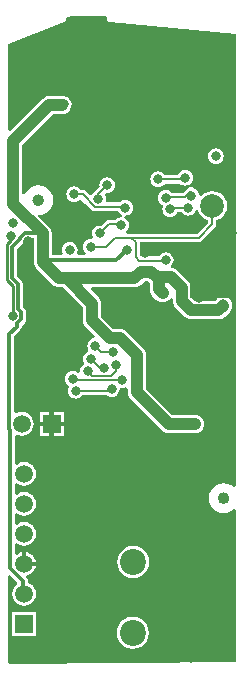
<source format=gbl>
%FSLAX24Y24*%
%MOIN*%
G70*
G01*
G75*
G04 Layer_Physical_Order=2*
G04 Layer_Color=16711680*
%ADD10C,0.0197*%
%ADD11C,0.0276*%
%ADD12R,0.0250X0.0200*%
%ADD13R,0.0827X0.0689*%
%ADD14R,0.1142X0.0689*%
%ADD15R,0.1142X0.0886*%
%ADD16R,0.0433X0.0236*%
%ADD17R,0.0300X0.0300*%
%ADD18R,0.0300X0.0300*%
%ADD19R,0.0236X0.0433*%
%ADD20R,0.0335X0.1693*%
%ADD21R,0.0200X0.0250*%
%ADD22C,0.0472*%
%ADD23R,0.1102X0.1102*%
%ADD24O,0.0256X0.0138*%
%ADD25O,0.0138X0.0256*%
%ADD26R,0.0591X0.0512*%
%ADD27R,0.0320X0.0300*%
%ADD28R,0.1024X0.1024*%
%ADD29O,0.0098X0.0276*%
%ADD30O,0.0276X0.0098*%
%ADD31R,0.0433X0.0472*%
%ADD32R,0.0354X0.0110*%
%ADD33R,0.0110X0.0354*%
%ADD34R,0.0110X0.0354*%
%ADD35R,0.0512X0.0591*%
%ADD36C,0.0250*%
%ADD37C,0.0150*%
%ADD38C,0.0100*%
%ADD39C,0.0300*%
%ADD40C,0.0400*%
%ADD41C,0.0200*%
%ADD42C,0.0080*%
%ADD43C,0.0350*%
%ADD44C,0.0120*%
%ADD45C,0.0059*%
%ADD46C,0.0500*%
%ADD47C,0.0060*%
%ADD48R,0.0579X0.0630*%
%ADD49R,0.0190X0.0515*%
%ADD50R,0.1180X0.0320*%
%ADD51R,0.0595X0.1290*%
%ADD52R,0.0400X0.0900*%
%ADD53R,0.1029X0.0407*%
%ADD54R,0.0550X0.1050*%
%ADD55R,0.0879X0.3300*%
%ADD56R,0.0570X0.1500*%
%ADD57C,0.0787*%
%ADD58C,0.0866*%
%ADD59R,0.0591X0.0591*%
%ADD60C,0.0591*%
%ADD61R,0.0591X0.0591*%
%ADD62C,0.0320*%
%ADD63C,0.0260*%
%ADD64R,0.1400X0.1000*%
G36*
X3438Y21722D02*
Y21650D01*
X3441Y21633D01*
X3443Y21617D01*
X3445Y21612D01*
X3446Y21607D01*
X3456Y21593D01*
X3464Y21578D01*
X3468Y21575D01*
X3471Y21571D01*
X3485Y21561D01*
X3498Y21551D01*
X3503Y21549D01*
X3507Y21546D01*
X3524Y21543D01*
X3540Y21538D01*
X7750Y21154D01*
Y6063D01*
X7678Y6028D01*
X7580Y6103D01*
X7459Y6153D01*
X7330Y6170D01*
X7201Y6153D01*
X7080Y6103D01*
X6976Y6024D01*
X6897Y5920D01*
X6847Y5799D01*
X6830Y5670D01*
X6847Y5541D01*
X6897Y5420D01*
X6976Y5316D01*
X7080Y5237D01*
X7201Y5187D01*
X7330Y5170D01*
X7459Y5187D01*
X7580Y5237D01*
X7678Y5312D01*
X7750Y5277D01*
Y200D01*
X207Y150D01*
X150Y207D01*
Y3065D01*
X224Y3095D01*
X445Y2874D01*
X440Y2794D01*
X398Y2762D01*
X335Y2679D01*
X295Y2583D01*
X281Y2480D01*
X295Y2377D01*
X335Y2281D01*
X398Y2198D01*
X481Y2135D01*
X577Y2095D01*
X680Y2081D01*
X783Y2095D01*
X879Y2135D01*
X962Y2198D01*
X1025Y2281D01*
X1065Y2377D01*
X1079Y2480D01*
X1065Y2583D01*
X1025Y2679D01*
X962Y2762D01*
X879Y2825D01*
X813Y2853D01*
Y2900D01*
X801Y2962D01*
X765Y3015D01*
X759Y3022D01*
X783Y3095D01*
X879Y3135D01*
X962Y3198D01*
X1025Y3281D01*
X1065Y3377D01*
X1069Y3405D01*
X680D01*
Y3480D01*
X605D01*
Y3869D01*
X577Y3865D01*
X481Y3825D01*
X435Y3790D01*
X363Y3826D01*
Y4134D01*
X435Y4170D01*
X481Y4135D01*
X577Y4095D01*
X680Y4081D01*
X783Y4095D01*
X879Y4135D01*
X962Y4198D01*
X1025Y4281D01*
X1065Y4377D01*
X1079Y4480D01*
X1065Y4583D01*
X1025Y4679D01*
X962Y4762D01*
X879Y4825D01*
X783Y4865D01*
X680Y4879D01*
X577Y4865D01*
X481Y4825D01*
X435Y4790D01*
X363Y4826D01*
Y5134D01*
X435Y5170D01*
X481Y5135D01*
X577Y5095D01*
X680Y5081D01*
X783Y5095D01*
X879Y5135D01*
X962Y5198D01*
X1025Y5281D01*
X1065Y5377D01*
X1079Y5480D01*
X1065Y5583D01*
X1025Y5679D01*
X962Y5762D01*
X879Y5825D01*
X783Y5865D01*
X680Y5879D01*
X577Y5865D01*
X481Y5825D01*
X435Y5790D01*
X363Y5826D01*
Y6134D01*
X435Y6170D01*
X481Y6135D01*
X577Y6095D01*
X680Y6081D01*
X783Y6095D01*
X879Y6135D01*
X962Y6198D01*
X1025Y6281D01*
X1065Y6377D01*
X1079Y6480D01*
X1065Y6583D01*
X1025Y6679D01*
X962Y6762D01*
X879Y6825D01*
X783Y6865D01*
X680Y6879D01*
X577Y6865D01*
X481Y6825D01*
X435Y6790D01*
X363Y6826D01*
Y7748D01*
X430Y7793D01*
X497Y7765D01*
X600Y7751D01*
X703Y7765D01*
X799Y7805D01*
X882Y7868D01*
X945Y7951D01*
X985Y8047D01*
X999Y8150D01*
X985Y8253D01*
X945Y8349D01*
X882Y8432D01*
X799Y8495D01*
X703Y8535D01*
X600Y8549D01*
X497Y8535D01*
X414Y8501D01*
X348Y8545D01*
Y11067D01*
X555Y11275D01*
X591Y11328D01*
X603Y11390D01*
X603Y11390D01*
D01*
X695Y11519D01*
X695Y11519D01*
X695D01*
X731Y11572D01*
X743Y11634D01*
Y11866D01*
X731Y11928D01*
X695Y11981D01*
X633Y12044D01*
Y12820D01*
X621Y12883D01*
X585Y12936D01*
X453Y13068D01*
Y13976D01*
X655Y14179D01*
X691Y14232D01*
X699Y14275D01*
X772Y14347D01*
X896D01*
X946Y14337D01*
X997D01*
Y13750D01*
Y13550D01*
X1008Y13472D01*
X1029Y13420D01*
X1038Y13399D01*
X1086Y13336D01*
X1636Y12786D01*
X1636Y12786D01*
X1672Y12759D01*
X1699Y12738D01*
X1772Y12708D01*
X1772Y12708D01*
X1772Y12708D01*
D01*
X1772Y12708D01*
X1772Y12708D01*
X1850Y12697D01*
X1975D01*
X2646Y12026D01*
Y11600D01*
X2656Y11522D01*
X2678Y11470D01*
X2687Y11449D01*
X2735Y11386D01*
X3038Y11083D01*
X3012Y11007D01*
X2982Y11003D01*
X2919Y10977D01*
X2865Y10935D01*
X2823Y10881D01*
X2797Y10818D01*
X2788Y10750D01*
X2797Y10682D01*
X2823Y10619D01*
X2823Y10618D01*
X2803Y10541D01*
X2769Y10527D01*
X2715Y10485D01*
X2673Y10431D01*
X2647Y10368D01*
X2638Y10300D01*
X2647Y10232D01*
X2673Y10169D01*
X2678Y10162D01*
X2669Y10127D01*
X2615Y10085D01*
X2573Y10031D01*
X2547Y9968D01*
X2538Y9900D01*
X2539Y9887D01*
X2470Y9847D01*
X2431Y9877D01*
X2368Y9903D01*
X2300Y9912D01*
X2232Y9903D01*
X2169Y9877D01*
X2115Y9835D01*
X2073Y9781D01*
X2047Y9718D01*
X2038Y9650D01*
X2047Y9582D01*
X2073Y9519D01*
X2115Y9465D01*
X2169Y9423D01*
X2178Y9388D01*
X2173Y9381D01*
X2147Y9318D01*
X2138Y9250D01*
X2147Y9182D01*
X2173Y9119D01*
X2215Y9065D01*
X2269Y9023D01*
X2332Y8997D01*
X2400Y8988D01*
X2468Y8997D01*
X2531Y9023D01*
X2585Y9065D01*
X2618Y9107D01*
X3424D01*
X3469Y9073D01*
X3532Y9047D01*
X3600Y9038D01*
X3668Y9047D01*
X3731Y9073D01*
X3785Y9115D01*
X3827Y9169D01*
X3853Y9232D01*
X3862Y9300D01*
X3882Y9347D01*
Y9347D01*
X3882Y9347D01*
X3950Y9338D01*
X4018Y9347D01*
X4081Y9373D01*
X4082Y9372D01*
X4147Y9287D01*
Y9200D01*
X4158Y9122D01*
X4179Y9070D01*
X4188Y9049D01*
X4236Y8986D01*
X5285Y7937D01*
X5347Y7889D01*
X5369Y7880D01*
X5420Y7859D01*
X5499Y7849D01*
X6309D01*
X6312Y7848D01*
X6390Y7837D01*
X6468Y7848D01*
X6541Y7878D01*
X6604Y7926D01*
X6652Y7989D01*
X6682Y8062D01*
X6693Y8140D01*
X6682Y8218D01*
X6652Y8291D01*
X6604Y8354D01*
X6593Y8365D01*
X6530Y8413D01*
X6509Y8422D01*
X6457Y8443D01*
X6379Y8454D01*
X5624D01*
X4753Y9325D01*
Y10444D01*
X4742Y10522D01*
X4712Y10595D01*
X4664Y10658D01*
X4088Y11234D01*
X4025Y11282D01*
X3952Y11312D01*
X3874Y11323D01*
X3654D01*
X3251Y11725D01*
Y12151D01*
X3241Y12230D01*
X3223Y12272D01*
X3211Y12303D01*
X3190Y12330D01*
X3163Y12365D01*
X3163Y12365D01*
X2904Y12623D01*
X2935Y12697D01*
X4356D01*
X4434Y12708D01*
X4507Y12738D01*
X4570Y12786D01*
X4701Y12917D01*
X4799D01*
X4867Y12849D01*
Y12630D01*
X4878Y12552D01*
X4899Y12500D01*
X4908Y12479D01*
X4956Y12416D01*
X5086Y12286D01*
X5149Y12238D01*
X5222Y12208D01*
X5300Y12197D01*
X5378Y12208D01*
X5451Y12238D01*
X5514Y12286D01*
X5562Y12348D01*
X5571Y12345D01*
X5637Y12317D01*
Y12242D01*
X5648Y12164D01*
X5669Y12112D01*
X5678Y12091D01*
X5726Y12028D01*
X6038Y11716D01*
D01*
X6038D01*
X6038Y11716D01*
X6038Y11716D01*
X6038D01*
D01*
X6038D01*
X6038Y11716D01*
Y11716D01*
X6038Y11716D01*
Y11716D01*
X6101Y11668D01*
X6174Y11638D01*
X6252Y11627D01*
X7160D01*
X7238Y11638D01*
X7290Y11659D01*
X7311Y11668D01*
X7374Y11716D01*
X7534Y11876D01*
X7582Y11939D01*
X7612Y12012D01*
X7623Y12090D01*
X7612Y12168D01*
X7582Y12241D01*
X7534Y12304D01*
X7471Y12352D01*
X7398Y12382D01*
X7320Y12393D01*
X7286Y12388D01*
X7255Y12462D01*
X7302Y12498D01*
X7381Y12601D01*
X7431Y12721D01*
X7438Y12775D01*
X7025D01*
Y12362D01*
X7062Y12367D01*
X7097Y12295D01*
X7035Y12233D01*
X6378D01*
X6243Y12368D01*
Y12680D01*
X6232Y12758D01*
X6202Y12831D01*
X6154Y12894D01*
X5787Y13261D01*
X5724Y13309D01*
X5651Y13339D01*
X5573Y13350D01*
X5573Y13405D01*
X5585Y13415D01*
X5627Y13469D01*
X5653Y13532D01*
X5662Y13600D01*
X5653Y13668D01*
X5627Y13731D01*
X5585Y13785D01*
X5531Y13827D01*
X5468Y13853D01*
X5400Y13862D01*
X5332Y13853D01*
X5269Y13827D01*
X5215Y13785D01*
X5174Y13733D01*
X4569D01*
X4543Y13759D01*
Y14200D01*
X4543Y14200D01*
X4549Y14207D01*
X6500D01*
X6500Y14207D01*
X6555Y14218D01*
X6601Y14249D01*
X7051Y14699D01*
X7051Y14699D01*
X7082Y14745D01*
X7082Y14745D01*
X7082Y14745D01*
X7093Y14800D01*
X7093Y14800D01*
Y14934D01*
X7199Y14978D01*
X7302Y15057D01*
X7381Y15160D01*
X7431Y15280D01*
X7448Y15409D01*
X7431Y15538D01*
X7381Y15658D01*
X7302Y15761D01*
X7199Y15840D01*
X7079Y15890D01*
X6950Y15907D01*
X6821Y15890D01*
X6701Y15840D01*
X6598Y15761D01*
X6587Y15747D01*
X6510Y15768D01*
X6503Y15818D01*
X6477Y15881D01*
X6435Y15935D01*
X6381Y15977D01*
X6361Y15985D01*
X6351Y16001D01*
X6305Y16032D01*
X6250Y16043D01*
X6195Y16032D01*
X6149Y16001D01*
X6149Y16001D01*
X6130Y15982D01*
X6119Y15977D01*
X6065Y15935D01*
X6023Y15881D01*
X6018Y15870D01*
X5991Y15843D01*
X5609D01*
X5592Y15865D01*
X5537Y15907D01*
X5474Y15933D01*
X5406Y15942D01*
X5338Y15933D01*
X5275Y15907D01*
X5221Y15865D01*
X5179Y15811D01*
X5153Y15748D01*
X5144Y15680D01*
X5153Y15612D01*
X5179Y15549D01*
X5221Y15495D01*
X5275Y15453D01*
X5275Y15453D01*
X5275D01*
D01*
X5323Y15431D01*
X5297Y15368D01*
X5288Y15300D01*
X5297Y15232D01*
X5323Y15169D01*
X5365Y15115D01*
X5419Y15073D01*
X5482Y15047D01*
X5550Y15038D01*
X5618Y15047D01*
X5681Y15073D01*
X5735Y15115D01*
X5777Y15169D01*
X5793Y15207D01*
X5932D01*
X5965Y15165D01*
X6019Y15123D01*
X6082Y15097D01*
X6150Y15088D01*
X6218Y15097D01*
X6281Y15123D01*
X6335Y15165D01*
X6377Y15219D01*
X6396Y15264D01*
X6476D01*
X6519Y15160D01*
X6598Y15057D01*
X6701Y14978D01*
X6807Y14934D01*
Y14859D01*
X6441Y14493D01*
X4250D01*
X4250Y14493D01*
X4250Y14493D01*
X4110D01*
X4085Y14569D01*
X4105Y14585D01*
X4147Y14639D01*
X4173Y14702D01*
X4182Y14770D01*
X4173Y14838D01*
X4147Y14901D01*
X4105Y14955D01*
X4051Y14997D01*
X4014Y15013D01*
X4035Y15090D01*
X4050Y15088D01*
X4118Y15097D01*
X4181Y15123D01*
X4235Y15165D01*
X4277Y15219D01*
X4303Y15282D01*
X4312Y15350D01*
X4303Y15418D01*
X4277Y15481D01*
X4235Y15535D01*
X4181Y15577D01*
X4118Y15603D01*
X4050Y15612D01*
X3982Y15603D01*
X3919Y15577D01*
X3865Y15535D01*
X3862Y15533D01*
X3457D01*
X3405Y15593D01*
X3412Y15650D01*
X3403Y15718D01*
X3379Y15777D01*
X3427Y15841D01*
X3450Y15838D01*
X3518Y15847D01*
X3581Y15873D01*
X3635Y15915D01*
X3677Y15969D01*
X3703Y16032D01*
X3712Y16100D01*
X3703Y16168D01*
X3677Y16231D01*
X3635Y16285D01*
X3581Y16327D01*
X3518Y16353D01*
X3450Y16362D01*
X3382Y16353D01*
X3319Y16327D01*
X3265Y16285D01*
X3223Y16231D01*
X3197Y16168D01*
X3188Y16100D01*
X3195Y16047D01*
X3049Y15901D01*
X3039Y15885D01*
X3019Y15877D01*
X2965Y15835D01*
X2930Y15790D01*
X2850Y15784D01*
X2733Y15901D01*
X2687Y15932D01*
X2632Y15943D01*
X2632Y15943D01*
X2568D01*
X2535Y15985D01*
X2481Y16027D01*
X2418Y16053D01*
X2350Y16062D01*
X2282Y16053D01*
X2219Y16027D01*
X2165Y15985D01*
X2123Y15931D01*
X2097Y15868D01*
X2088Y15800D01*
X2097Y15732D01*
X2123Y15669D01*
X2165Y15615D01*
X2219Y15573D01*
X2282Y15547D01*
X2350Y15538D01*
X2418Y15547D01*
X2481Y15573D01*
X2535Y15615D01*
X2881Y15349D01*
X2941Y15289D01*
X2941Y15289D01*
X2988Y15258D01*
X2988Y15258D01*
X2988Y15258D01*
D01*
X2988Y15258D01*
X2988Y15258D01*
X3042Y15247D01*
X3042Y15247D01*
X3811D01*
X3823Y15219D01*
X3865Y15165D01*
X3919Y15123D01*
X3956Y15108D01*
X3935Y15030D01*
X3920Y15032D01*
X3852Y15023D01*
X3789Y14997D01*
X3735Y14955D01*
X3725Y14943D01*
X3500D01*
X3500Y14943D01*
X3445Y14932D01*
X3399Y14901D01*
X3399Y14901D01*
X3253Y14755D01*
X3200Y14762D01*
X3132Y14753D01*
X3069Y14727D01*
X3015Y14685D01*
X2973Y14631D01*
X2947Y14568D01*
X2938Y14500D01*
X2947Y14432D01*
X2971Y14373D01*
X2923Y14309D01*
X2900Y14312D01*
X2832Y14303D01*
X2769Y14277D01*
X2715Y14235D01*
X2673Y14181D01*
X2647Y14118D01*
X2638Y14050D01*
X2647Y13982D01*
X2673Y13919D01*
X2715Y13865D01*
X2748Y13839D01*
X2722Y13763D01*
X2500D01*
X2451Y13801D01*
X2432Y13830D01*
X2453Y13882D01*
X2462Y13950D01*
X2453Y14018D01*
X2427Y14081D01*
X2385Y14135D01*
X2331Y14177D01*
X2268Y14203D01*
X2200Y14212D01*
X2132Y14203D01*
X2069Y14177D01*
X2015Y14135D01*
X1973Y14081D01*
X1947Y14018D01*
X1938Y13950D01*
X1947Y13882D01*
X1968Y13830D01*
X1949Y13801D01*
X1900Y13763D01*
X1603D01*
Y14500D01*
X1603Y14500D01*
X1593Y14569D01*
X1592Y14578D01*
X1562Y14651D01*
X1514Y14714D01*
X1144Y15084D01*
X1151Y15100D01*
X1281Y15117D01*
X1401Y15167D01*
X1505Y15246D01*
X1584Y15350D01*
X1634Y15471D01*
X1651Y15600D01*
X1634Y15729D01*
X1584Y15850D01*
X1505Y15954D01*
X1401Y16033D01*
X1281Y16083D01*
X1151Y16100D01*
X1022Y16083D01*
X901Y16033D01*
X798Y15954D01*
X718Y15850D01*
X696Y15796D01*
X617Y15811D01*
Y17439D01*
X1650Y18472D01*
X1950D01*
X2028Y18483D01*
X2101Y18513D01*
X2164Y18561D01*
X2212Y18624D01*
X2242Y18697D01*
X2244Y18710D01*
X2253Y18732D01*
X2262Y18800D01*
X2253Y18868D01*
X2227Y18931D01*
X2185Y18985D01*
X2131Y19027D01*
X2068Y19053D01*
X2059Y19054D01*
X2028Y19067D01*
X1950Y19078D01*
X1525D01*
X1525Y19078D01*
X1456Y19068D01*
X1447Y19067D01*
X1374Y19037D01*
X1311Y18989D01*
X224Y17902D01*
X150Y17932D01*
Y20800D01*
X252Y20846D01*
X2010Y21549D01*
X2011Y21550D01*
X2011Y21550D01*
X2029Y21562D01*
X2047Y21573D01*
X2047Y21574D01*
X2048Y21574D01*
X2060Y21592D01*
X2072Y21609D01*
X2072Y21610D01*
X2072Y21611D01*
X2076Y21631D01*
X2081Y21652D01*
X2081Y21653D01*
X2081Y21654D01*
Y21673D01*
X2250Y21750D01*
X3400D01*
X3438Y21722D01*
D02*
G37*
%LPC*%
G36*
X755Y3869D02*
Y3555D01*
X1069D01*
X1065Y3583D01*
X1025Y3679D01*
X962Y3762D01*
X879Y3825D01*
X783Y3865D01*
X755Y3869D01*
D02*
G37*
G36*
X1995Y8075D02*
X1675D01*
Y7755D01*
X1995D01*
Y8075D01*
D02*
G37*
G36*
X1525D02*
X1205D01*
Y7755D01*
X1525D01*
Y8075D01*
D02*
G37*
G36*
X4298Y1719D02*
X4159Y1700D01*
X4030Y1647D01*
X3918Y1561D01*
X3833Y1450D01*
X3779Y1320D01*
X3761Y1181D01*
X3779Y1042D01*
X3833Y912D01*
X3918Y801D01*
X4030Y715D01*
X4159Y662D01*
X4298Y643D01*
X4437Y662D01*
X4567Y715D01*
X4679Y801D01*
X4764Y912D01*
X4818Y1042D01*
X4836Y1181D01*
X4818Y1320D01*
X4764Y1450D01*
X4679Y1561D01*
X4567Y1647D01*
X4437Y1700D01*
X4298Y1719D01*
D02*
G37*
G36*
X1075Y1875D02*
X285D01*
Y1085D01*
X1075D01*
Y1875D01*
D02*
G37*
G36*
X4320Y4081D02*
X4181Y4063D01*
X4051Y4009D01*
X3940Y3923D01*
X3854Y3812D01*
X3801Y3682D01*
X3782Y3543D01*
X3801Y3404D01*
X3854Y3274D01*
X3940Y3163D01*
X4051Y3078D01*
X4181Y3024D01*
X4320Y3006D01*
X4459Y3024D01*
X4589Y3078D01*
X4700Y3163D01*
X4786Y3274D01*
X4839Y3404D01*
X4858Y3543D01*
X4839Y3682D01*
X4786Y3812D01*
X4700Y3923D01*
X4589Y4009D01*
X4459Y4063D01*
X4320Y4081D01*
D02*
G37*
G36*
X1525Y8545D02*
X1205D01*
Y8225D01*
X1525D01*
Y8545D01*
D02*
G37*
G36*
X7025Y13338D02*
Y12925D01*
X7438D01*
X7431Y12979D01*
X7381Y13099D01*
X7302Y13202D01*
X7199Y13281D01*
X7079Y13331D01*
X7025Y13338D01*
D02*
G37*
G36*
X6050Y16612D02*
X5982Y16603D01*
X5919Y16577D01*
X5865Y16535D01*
X5823Y16481D01*
X5807Y16443D01*
X5368D01*
X5335Y16485D01*
X5281Y16527D01*
X5218Y16553D01*
X5150Y16562D01*
X5082Y16553D01*
X5019Y16527D01*
X4965Y16485D01*
X4923Y16431D01*
X4897Y16368D01*
X4888Y16300D01*
X4897Y16232D01*
X4923Y16169D01*
X4965Y16115D01*
X5019Y16073D01*
X5082Y16047D01*
X5150Y16038D01*
X5218Y16047D01*
X5281Y16073D01*
X5335Y16115D01*
X5368Y16157D01*
X5874D01*
X5919Y16123D01*
X5982Y16097D01*
X6050Y16088D01*
X6118Y16097D01*
X6181Y16123D01*
X6235Y16165D01*
X6277Y16219D01*
X6303Y16282D01*
X6312Y16350D01*
X6303Y16418D01*
X6277Y16481D01*
X6235Y16535D01*
X6181Y16577D01*
X6118Y16603D01*
X6050Y16612D01*
D02*
G37*
G36*
X7070Y17332D02*
X7002Y17323D01*
X6939Y17297D01*
X6885Y17255D01*
X6843Y17201D01*
X6817Y17138D01*
X6808Y17070D01*
X6817Y17002D01*
X6843Y16939D01*
X6885Y16885D01*
X6939Y16843D01*
X7002Y16817D01*
X7070Y16808D01*
X7138Y16817D01*
X7201Y16843D01*
X7255Y16885D01*
X7297Y16939D01*
X7323Y17002D01*
X7332Y17070D01*
X7323Y17138D01*
X7297Y17201D01*
X7255Y17255D01*
X7201Y17297D01*
X7138Y17323D01*
X7070Y17332D01*
D02*
G37*
G36*
X1995Y8545D02*
X1675D01*
Y8225D01*
X1995D01*
Y8545D01*
D02*
G37*
G36*
X6875Y12775D02*
X6462D01*
X6469Y12721D01*
X6519Y12601D01*
X6598Y12498D01*
X6701Y12419D01*
X6821Y12369D01*
X6875Y12362D01*
Y12775D01*
D02*
G37*
G36*
Y13338D02*
X6821Y13331D01*
X6701Y13281D01*
X6598Y13202D01*
X6519Y13099D01*
X6469Y12979D01*
X6462Y12925D01*
X6875D01*
Y13338D01*
D02*
G37*
%LPD*%
D10*
X7429Y5670D02*
G03*
X7429Y5670I-99J0D01*
G01*
X1250Y15600D02*
G03*
X1250Y15600I-99J0D01*
G01*
D38*
X120Y12930D02*
Y14152D01*
X300Y11750D02*
Y12750D01*
X120Y12930D02*
X300Y12750D01*
X120Y14152D02*
X250Y14282D01*
Y14400D01*
D40*
X1300Y13750D02*
Y14500D01*
Y13550D02*
Y13750D01*
X5097Y13047D02*
X5573D01*
X7160Y11930D02*
X7320Y12090D01*
X6252Y11930D02*
X7160D01*
X5940Y12242D02*
X6252Y11930D01*
X5940Y12242D02*
Y12680D01*
X5573Y13047D02*
X5940Y12680D01*
X5170Y12630D02*
X5300Y12500D01*
X5170Y12630D02*
Y12974D01*
X5097Y13047D02*
X5170Y12974D01*
X5097Y13047D02*
Y13047D01*
X4924Y13220D02*
X5097Y13047D01*
X4576Y13220D02*
X4924D01*
X4356Y13000D02*
X4576Y13220D01*
X2100Y13000D02*
X4356D01*
X6379Y8151D02*
X6390Y8140D01*
X5499Y8151D02*
X6379D01*
X315Y15485D02*
X1300Y14500D01*
X315Y15485D02*
Y17565D01*
X3874Y11020D02*
X4450Y10444D01*
Y9200D02*
Y10444D01*
Y9200D02*
X5499Y8151D01*
X3529Y11020D02*
X3874D01*
X2949Y11600D02*
X3529Y11020D01*
X2949Y11600D02*
Y12151D01*
X2100Y13000D02*
X2949Y12151D01*
X1850Y13000D02*
X2100D01*
X1300Y13550D02*
X1850Y13000D01*
X315Y17565D02*
X1525Y18775D01*
X1950D01*
D42*
X5150Y16300D02*
X6150D01*
X3890Y14770D02*
X3920D01*
X3880Y14760D02*
X3890Y14770D01*
X3880Y14760D02*
X3910D01*
X3950Y14800D01*
X3200Y14500D02*
X3500Y14800D01*
X3950D01*
X5600Y15350D02*
X6150D01*
X5550Y15300D02*
X5600Y15350D01*
X2300Y9650D02*
X2350Y9600D01*
X3750Y9900D02*
Y10200D01*
X2800Y9900D02*
X2960Y9740D01*
X3590D01*
X2900Y10300D02*
X3200Y10000D01*
X3350D01*
X3250Y10550D02*
X3650D01*
X3050Y10750D02*
X3250Y10550D01*
X4250Y14350D02*
X4400Y14200D01*
X4250Y14350D02*
X6500D01*
X3700D02*
X4250D01*
X4400Y13700D02*
Y14200D01*
Y13700D02*
X4510Y13590D01*
X5390D01*
X5400Y13600D01*
X6500Y14350D02*
X6950Y14800D01*
X3042Y15390D02*
X4010D01*
X2632Y15800D02*
X3042Y15390D01*
X3590Y9740D02*
X3750Y9900D01*
X2350Y9600D02*
X3950D01*
X6050Y15700D02*
X6250Y15900D01*
X3400Y14050D02*
X3700Y14350D01*
X2900Y14050D02*
X3400D01*
X6950Y14800D02*
Y15409D01*
X2200Y9650D02*
X2300D01*
X3700Y10144D02*
X3728Y10115D01*
X3700Y10144D02*
Y10150D01*
X3728Y10115D02*
X3730D01*
X3700Y10150D02*
X3750Y10200D01*
X2350Y15800D02*
X2632D01*
X4010Y15390D02*
X4050Y15350D01*
X2300Y15800D02*
X2350D01*
X6250Y15750D02*
Y15900D01*
X6050Y16350D02*
X6100D01*
X6150Y16300D01*
X5406Y15680D02*
X5426Y15700D01*
X6050D01*
X3550Y9250D02*
X3600Y9300D01*
X2400Y9250D02*
X3550D01*
X3150Y15800D02*
X3450Y16100D01*
X3150Y15650D02*
Y15800D01*
D44*
X1300Y13750D02*
X1450Y13600D01*
X650Y2380D02*
Y2900D01*
X200Y3350D02*
Y7947D01*
Y3350D02*
X650Y2900D01*
X610Y2340D02*
X650Y2380D01*
X946Y14500D02*
X1300D01*
X936Y14510D02*
X946Y14500D01*
X704Y14510D02*
X936D01*
X540Y14346D02*
X704Y14510D01*
X540Y14294D02*
Y14346D01*
X290Y14044D02*
X540Y14294D01*
X290Y13000D02*
Y14044D01*
X470Y11976D02*
X580Y11866D01*
X440Y11494D02*
X580Y11634D01*
X440Y11390D02*
Y11494D01*
X185Y11135D02*
X440Y11390D01*
X290Y13000D02*
X470Y12820D01*
Y11976D02*
Y12820D01*
X580Y11634D02*
Y11866D01*
X3750Y13600D02*
X4100Y13950D01*
X185Y7963D02*
Y11135D01*
Y7963D02*
X200Y7947D01*
X1450Y13600D02*
X3750D01*
D57*
X6950Y12850D02*
D03*
Y15409D02*
D03*
D58*
X4320Y3543D02*
D03*
X4298Y1181D02*
D03*
D59*
X680Y1480D02*
D03*
D60*
Y2480D02*
D03*
Y3480D02*
D03*
Y4480D02*
D03*
Y5480D02*
D03*
Y6480D02*
D03*
X600Y8150D02*
D03*
D61*
X1600D02*
D03*
D62*
X6060Y10280D02*
D03*
X6680Y16510D02*
D03*
X7020Y13480D02*
D03*
X7440Y7280D02*
D03*
X5340Y3130D02*
D03*
X5550Y940D02*
D03*
X3060Y2800D02*
D03*
X3240Y3520D02*
D03*
X3920Y14770D02*
D03*
X5300Y12500D02*
D03*
X1300Y13710D02*
D03*
X820Y14230D02*
D03*
X6390Y8140D02*
D03*
X1310Y14070D02*
D03*
X6250Y350D02*
D03*
X3700Y450D02*
D03*
X4550Y16050D02*
D03*
X5050Y14700D02*
D03*
X4600Y14750D02*
D03*
X2250Y10450D02*
D03*
X2350Y11000D02*
D03*
X2300Y11550D02*
D03*
X7050Y9820D02*
D03*
X6600D02*
D03*
X1250Y11250D02*
D03*
X2800Y9900D02*
D03*
X2900Y10300D02*
D03*
X3650Y10550D02*
D03*
X3050Y10750D02*
D03*
X4700Y13850D02*
D03*
X6330Y11200D02*
D03*
X7320Y12130D02*
D03*
X3450Y16100D02*
D03*
X3150Y15650D02*
D03*
X3350Y10000D02*
D03*
X3600Y9300D02*
D03*
X6250Y10820D02*
D03*
X5650Y10000D02*
D03*
X5400Y13600D02*
D03*
X4100Y13950D02*
D03*
X2250Y12150D02*
D03*
X6400Y8600D02*
D03*
X5600Y9200D02*
D03*
X2650Y6950D02*
D03*
X300Y14850D02*
D03*
Y11750D02*
D03*
X250Y14400D02*
D03*
X800Y13850D02*
D03*
X2200Y13950D02*
D03*
X2000Y18800D02*
D03*
X6450Y7100D02*
D03*
X6600Y6250D02*
D03*
X6450Y6650D02*
D03*
X2900Y14050D02*
D03*
X3200Y14500D02*
D03*
X2300Y9650D02*
D03*
X3730Y10115D02*
D03*
X500Y20700D02*
D03*
X6600Y17000D02*
D03*
X1150Y17300D02*
D03*
X7500Y6560D02*
D03*
Y16700D02*
D03*
X7550Y17450D02*
D03*
Y18300D02*
D03*
Y18850D02*
D03*
X2100Y6750D02*
D03*
X1950Y15400D02*
D03*
X980Y590D02*
D03*
X7550Y20450D02*
D03*
X450Y19500D02*
D03*
X1050Y20420D02*
D03*
X7520Y20980D02*
D03*
X6000Y21100D02*
D03*
X4150Y21300D02*
D03*
X3500Y4200D02*
D03*
X2850D02*
D03*
X6750Y5300D02*
D03*
X6100Y5250D02*
D03*
X2300Y2500D02*
D03*
X350Y600D02*
D03*
X7300Y1750D02*
D03*
X7080Y780D02*
D03*
X7410Y4980D02*
D03*
X6460Y5720D02*
D03*
X2740Y5140D02*
D03*
X3000Y5860D02*
D03*
X2360Y5970D02*
D03*
X7600Y14500D02*
D03*
X1600Y16150D02*
D03*
X2200Y14650D02*
D03*
X400Y20200D02*
D03*
X1600Y19500D02*
D03*
X1510Y20190D02*
D03*
X7520Y19760D02*
D03*
X6200Y19740D02*
D03*
X6720Y21030D02*
D03*
X7070Y17070D02*
D03*
X5900Y5800D02*
D03*
X800Y16300D02*
D03*
X2330Y16870D02*
D03*
X5010Y16740D02*
D03*
X6870Y19670D02*
D03*
X7250Y16350D02*
D03*
X4990Y19020D02*
D03*
X4550Y17950D02*
D03*
X4600Y17160D02*
D03*
X4250Y17500D02*
D03*
Y18600D02*
D03*
X3850Y18500D02*
D03*
X350D02*
D03*
X1550Y16900D02*
D03*
X1100Y17700D02*
D03*
X1020Y19420D02*
D03*
X350Y18950D02*
D03*
X4160Y20820D02*
D03*
X5950Y20580D02*
D03*
X4650Y21250D02*
D03*
X1250Y21030D02*
D03*
X2000Y20030D02*
D03*
X1720Y20730D02*
D03*
X6440Y20560D02*
D03*
X5950Y20240D02*
D03*
X5600Y19600D02*
D03*
X5390Y21140D02*
D03*
X6550Y20070D02*
D03*
X870Y19930D02*
D03*
X3710Y21130D02*
D03*
X6500Y12350D02*
D03*
X6150Y17400D02*
D03*
X6250Y15750D02*
D03*
X2900Y6350D02*
D03*
X2600Y5550D02*
D03*
X7350Y13900D02*
D03*
X6350Y1450D02*
D03*
X1850Y4500D02*
D03*
X3450Y4850D02*
D03*
X6050Y16350D02*
D03*
X1750Y14850D02*
D03*
X6600Y13750D02*
D03*
X3200Y18350D02*
D03*
X2350Y15800D02*
D03*
X6150Y15350D02*
D03*
X5550Y15300D02*
D03*
X5406Y15680D02*
D03*
X6650Y16050D02*
D03*
X4050Y15350D02*
D03*
X2400Y9250D02*
D03*
X3950Y9600D02*
D03*
X3550Y17300D02*
D03*
X3200Y18000D02*
D03*
X3110Y17290D02*
D03*
X5150Y16300D02*
D03*
X1760Y21260D02*
D03*
X7040Y20530D02*
D03*
D63*
X3914Y11936D02*
D03*
X4386Y11464D02*
D03*
Y11936D02*
D03*
X4128Y7972D02*
D03*
X4600Y7972D02*
D03*
X4128Y7500D02*
D03*
X4600D02*
D03*
X3950Y11500D02*
D03*
D64*
X6900Y12850D02*
D03*
M02*

</source>
